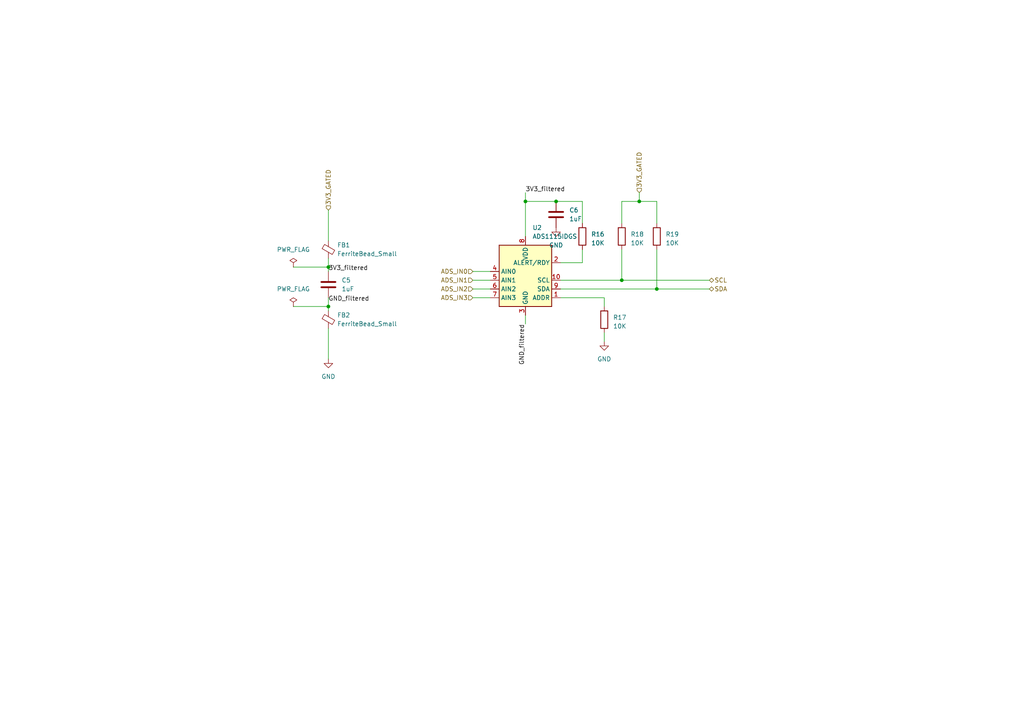
<source format=kicad_sch>
(kicad_sch (version 20230121) (generator eeschema)
  (paper "A4")
  (lib_symbols
    (symbol "Analog_ADC:ADS1115IDGS"
      (property "Reference" "U" (at 2.54 13.97 0))
      (property "Value" "ADS1115IDGS" (at 7.62 11.43 0))
      (symbol "ADS1115IDGS_0_1"
        (rectangle (start -7.62 10.16) (end 7.62 -7.62) (stroke (width 0.254)) (fill (type background)))
      )
      (symbol "ADS1115IDGS_1_1"
        (pin input line (at 10.16 -5.08 180) (length 2.54) (name "ADDR") (number "1"))
        (pin input line (at 10.16 0 180) (length 2.54) (name "SCL") (number "10"))
        (pin output line (at 10.16 5.08 180) (length 2.54) (name "ALERT/RDY") (number "2"))
        (pin power_in line (at 0 -10.16 90) (length 2.54) (name "GND") (number "3"))
        (pin input line (at -10.16 2.54 0) (length 2.54) (name "AIN0") (number "4"))
        (pin input line (at -10.16 0 0) (length 2.54) (name "AIN1") (number "5"))
        (pin input line (at -10.16 -2.54 0) (length 2.54) (name "AIN2") (number "6"))
        (pin input line (at -10.16 -5.08 0) (length 2.54) (name "AIN3") (number "7"))
        (pin power_in line (at 0 12.7 270) (length 2.54) (name "VDD") (number "8"))
        (pin bidirectional line (at 10.16 -2.54 180) (length 2.54) (name "SDA") (number "9"))
      )
    )
    (symbol "Device:C" (pin_numbers hide) (pin_names (offset 0.254))
      (property "Reference" "C" (at 0.635 2.54 0))
      (property "Value" "C" (at 0.635 -2.54 0))
      (symbol "C_0_1"
        (polyline (pts (xy -2.032 -0.762) (xy 2.032 -0.762)) (stroke (width 0.508)))
        (polyline (pts (xy -2.032 0.762) (xy 2.032 0.762)) (stroke (width 0.508)))
      )
      (symbol "C_1_1"
        (pin passive line (at 0 3.81 270) (length 2.794) (name "~") (number "1"))
        (pin passive line (at 0 -3.81 90) (length 2.794) (name "~") (number "2"))
      )
    )
    (symbol "Device:FerriteBead_Small" (pin_numbers hide) (pin_names (offset 0))
      (property "Reference" "FB" (at 1.905 1.27 0))
      (property "Value" "FerriteBead_Small" (at 1.905 -1.27 0))
      (symbol "FerriteBead_Small_0_1"
        (polyline (pts (xy 0 -1.27) (xy 0 -0.7874)))
        (polyline (pts (xy 0 0.889) (xy 0 1.2954)))
        (polyline (pts (xy -1.8288 0.2794) (xy -1.1176 1.4986) (xy 1.8288 -0.2032) (xy 1.1176 -1.4224) (xy -1.8288 0.2794)))
      )
      (symbol "FerriteBead_Small_1_1"
        (pin passive line (at 0 2.54 270) (length 1.27) (name "~") (number "1"))
        (pin passive line (at 0 -2.54 90) (length 1.27) (name "~") (number "2"))
      )
    )
    (symbol "Device:R" (pin_numbers hide) (pin_names (offset 0))
      (property "Reference" "R" (at 2.032 0 90))
      (property "Value" "R" (at 0 0 90))
      (symbol "R_0_1"
        (rectangle (start -1.016 -2.54) (end 1.016 2.54) (stroke (width 0.254)))
      )
      (symbol "R_1_1"
        (pin passive line (at 0 3.81 270) (length 1.27) (name "~") (number "1"))
        (pin passive line (at 0 -3.81 90) (length 1.27) (name "~") (number "2"))
      )
    )
    (symbol "power:GND" (power) (pin_names (offset 0))
      (property "Value" "GND" (at 0 -3.81 0))
      (symbol "GND_0_1"
        (polyline (pts (xy 0 0) (xy 0 -1.27) (xy 1.27 -1.27) (xy 0 -2.54) (xy -1.27 -1.27) (xy 0 -1.27)))
      )
      (symbol "GND_1_1"
        (pin power_in line (at 0 0 270) (length 0) hide (name "GND") (number "1"))
      )
    )
    (symbol "power:PWR_FLAG" (power) (pin_numbers hide) (pin_names (offset 0) hide)
      (property "Value" "PWR_FLAG" (at 0 3.81 0))
      (symbol "PWR_FLAG_0_0"
        (pin power_out line (at 0 0 90) (length 0) (name "pwr") (number "1"))
      )
      (symbol "PWR_FLAG_0_1"
        (polyline (pts (xy 0 0) (xy 0 1.27) (xy -1.016 1.905) (xy 0 2.54) (xy 1.016 1.905) (xy 0 1.27)))
      )
    )
  )
  (junction (at 95.25 88.9))
  (junction (at 185.42 58.42))
  (junction (at 161.29 58.42))
  (junction (at 152.4 58.42))
  (junction (at 95.25 77.47))
  (junction (at 190.5 83.82))
  (junction (at 180.34 81.28))
  (wire (pts (xy 95.25 86.36) (xy 95.25 88.9)))
  (wire (pts (xy 168.91 58.42) (xy 168.91 64.77)))
  (wire (pts (xy 185.42 55.88) (xy 185.42 58.42)))
  (wire (pts (xy 95.25 77.47) (xy 95.25 78.74)))
  (wire (pts (xy 175.26 86.36) (xy 175.26 88.9)))
  (wire (pts (xy 162.56 86.36) (xy 175.26 86.36)))
  (wire (pts (xy 152.4 58.42) (xy 161.29 58.42)))
  (wire (pts (xy 137.16 78.74) (xy 142.24 78.74)))
  (wire (pts (xy 161.29 58.42) (xy 168.91 58.42)))
  (wire (pts (xy 95.25 74.93) (xy 95.25 77.47)))
  (wire (pts (xy 85.09 77.47) (xy 95.25 77.47)))
  (wire (pts (xy 95.25 60.96) (xy 95.25 69.85)))
  (wire (pts (xy 162.56 81.28) (xy 180.34 81.28)))
  (wire (pts (xy 168.91 72.39) (xy 168.91 76.2)))
  (wire (pts (xy 190.5 83.82) (xy 205.74 83.82)))
  (wire (pts (xy 168.91 76.2) (xy 162.56 76.2)))
  (wire (pts (xy 95.25 88.9) (xy 95.25 90.17)))
  (wire (pts (xy 137.16 86.36) (xy 142.24 86.36)))
  (wire (pts (xy 137.16 83.82) (xy 142.24 83.82)))
  (wire (pts (xy 137.16 81.28) (xy 142.24 81.28)))
  (wire (pts (xy 162.56 83.82) (xy 190.5 83.82)))
  (wire (pts (xy 190.5 83.82) (xy 190.5 72.39)))
  (wire (pts (xy 185.42 58.42) (xy 190.5 58.42)))
  (wire (pts (xy 175.26 99.06) (xy 175.26 96.52)))
  (wire (pts (xy 152.4 55.88) (xy 152.4 58.42)))
  (wire (pts (xy 85.09 88.9) (xy 95.25 88.9)))
  (wire (pts (xy 180.34 81.28) (xy 205.74 81.28)))
  (wire (pts (xy 190.5 58.42) (xy 190.5 64.77)))
  (wire (pts (xy 152.4 58.42) (xy 152.4 68.58)))
  (wire (pts (xy 95.25 104.14) (xy 95.25 95.25)))
  (wire (pts (xy 152.4 93.98) (xy 152.4 91.44)))
  (wire (pts (xy 180.34 58.42) (xy 180.34 64.77)))
  (wire (pts (xy 180.34 58.42) (xy 185.42 58.42)))
  (wire (pts (xy 180.34 81.28) (xy 180.34 72.39)))
  (label "3V3_filtered" (at 95.25 78.74 0))
  (label "3V3_filtered" (at 152.4 55.88 0))
  (label "GND_filtered" (at 152.4 93.98 270))
  (label "GND_filtered" (at 95.25 87.63 0))
  (hierarchical_label "3V3_GATED" (shape input) (at 185.42 55.88 90))
  (hierarchical_label "ADS_IN0" (shape input) (at 137.16 78.74 180))
  (hierarchical_label "ADS_IN1" (shape input) (at 137.16 81.28 180))
  (hierarchical_label "ADS_IN3" (shape input) (at 137.16 86.36 180))
  (hierarchical_label "SCL" (shape bidirectional) (at 205.74 81.28 0))
  (hierarchical_label "ADS_IN2" (shape input) (at 137.16 83.82 180))
  (hierarchical_label "3V3_GATED" (shape input) (at 95.25 60.96 90))
  (hierarchical_label "SDA" (shape bidirectional) (at 205.74 83.82 0))
  (symbol (lib_id "Device:R") (at 175.26 92.71 0) (unit 1)
    (property "Reference" "R17" (at 177.8 92.075 0) (effects (justify left)))
    (property "Value" "10K" (at 177.8 94.615 0) (effects (justify left)))
    (property "Footprint" "Resistor_SMD:R_1206_3216Metric" (effects hide))
  )
  (symbol (lib_id "power:PWR_FLAG") (at 85.09 88.9 0) (unit 1)
    (property "Reference" "#FLG07" (effects hide))
    (property "Value" "PWR_FLAG" (at 85.09 83.82 0))
  )
  (symbol (lib_id "power:GND") (at 95.25 104.14 0) (unit 1)
    (property "Reference" "#PWR035" (effects hide))
    (property "Value" "GND" (at 95.25 109.22 0))
  )
  (symbol (lib_id "Analog_ADC:ADS1115IDGS") (at 152.4 81.28 0) (unit 1)
    (property "Reference" "U2" (at 154.4194 66.04 0) (effects (justify left)))
    (property "Value" "ADS1115IDGS" (at 154.4194 68.58 0) (effects (justify left)))
    (property "Footprint" "Package_SO:VSSOP-10_3x3mm_P0.5mm" (effects hide))
    (property "Datasheet" "http://www.ti.com/lit/ds/symlink/ads1113.pdf" (effects hide))
  )
  (symbol (lib_id "power:PWR_FLAG") (at 85.09 77.47 0) (unit 1)
    (property "Reference" "#FLG06" (effects hide))
    (property "Value" "PWR_FLAG" (at 85.09 72.39 0))
  )
  (symbol (lib_id "power:GND") (at 161.29 66.04 0) (unit 1)
    (property "Reference" "#PWR036" (effects hide))
    (property "Value" "GND" (at 161.29 71.12 0))
  )
  (symbol (lib_id "Device:R") (at 180.34 68.58 0) (unit 1)
    (property "Reference" "R18" (at 182.88 67.945 0) (effects (justify left)))
    (property "Value" "10K" (at 182.88 70.485 0) (effects (justify left)))
    (property "Footprint" "Resistor_SMD:R_1206_3216Metric" (effects hide))
  )
  (symbol (lib_id "Device:R") (at 168.91 68.58 0) (unit 1)
    (property "Reference" "R16" (at 171.45 67.945 0) (effects (justify left)))
    (property "Value" "10K" (at 171.45 70.485 0) (effects (justify left)))
    (property "Footprint" "Resistor_SMD:R_1206_3216Metric" (effects hide))
  )
  (symbol (lib_id "Device:FerriteBead_Small") (at 95.25 92.71 0) (unit 1)
    (property "Reference" "FB2" (at 97.79 91.4018 0) (effects (justify left)))
    (property "Value" "FerriteBead_Small" (at 97.79 93.9418 0) (effects (justify left)))
    (property "Footprint" "Capacitor_SMD:C_0805_2012Metric" (effects hide))
  )
  (symbol (lib_id "Device:C") (at 161.29 62.23 0) (unit 1)
    (property "Reference" "C6" (at 165.1 60.9599 0) (effects (justify left)))
    (property "Value" "1uF" (at 165.1 63.4999 0) (effects (justify left)))
    (property "Footprint" "Capacitor_SMD:C_0805_2012Metric" (effects hide))
  )
  (symbol (lib_id "power:GND") (at 175.26 99.06 0) (unit 1)
    (property "Reference" "#PWR037" (effects hide))
    (property "Value" "GND" (at 175.26 104.14 0))
  )
  (symbol (lib_id "Device:C") (at 95.25 82.55 0) (unit 1)
    (property "Reference" "C5" (at 99.06 81.2799 0) (effects (justify left)))
    (property "Value" "1uF" (at 99.06 83.8199 0) (effects (justify left)))
    (property "Footprint" "Capacitor_SMD:C_0805_2012Metric" (effects hide))
  )
  (symbol (lib_id "Device:FerriteBead_Small") (at 95.25 72.39 0) (unit 1)
    (property "Reference" "FB1" (at 97.79 71.0818 0) (effects (justify left)))
    (property "Value" "FerriteBead_Small" (at 97.79 73.6218 0) (effects (justify left)))
    (property "Footprint" "Capacitor_SMD:C_0805_2012Metric" (effects hide))
  )
  (symbol (lib_id "Device:R") (at 190.5 68.58 0) (unit 1)
    (property "Reference" "R19" (at 193.04 67.945 0) (effects (justify left)))
    (property "Value" "10K" (at 193.04 70.485 0) (effects (justify left)))
    (property "Footprint" "Resistor_SMD:R_1206_3216Metric" (effects hide))
  )
)
</source>
